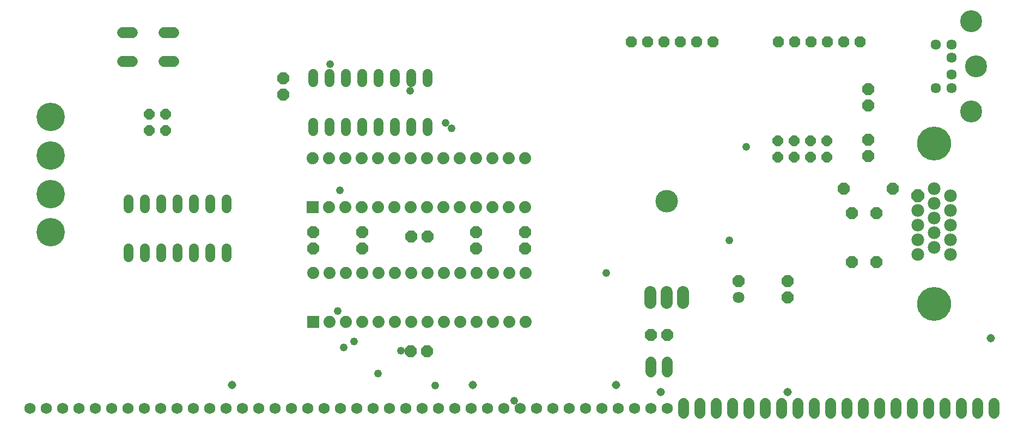
<source format=gbs>
G75*
%MOIN*%
%OFA0B0*%
%FSLAX25Y25*%
%IPPOS*%
%LPD*%
%AMOC8*
5,1,8,0,0,1.08239X$1,22.5*
%
%ADD10C,0.07800*%
%ADD11OC8,0.07800*%
%ADD12C,0.20800*%
%ADD13R,0.07400X0.07400*%
%ADD14C,0.07400*%
%ADD15C,0.06343*%
%ADD16C,0.13461*%
%ADD17OC8,0.07100*%
%ADD18C,0.07100*%
%ADD19C,0.06000*%
%ADD20OC8,0.06400*%
%ADD21OC8,0.06800*%
%ADD22C,0.06800*%
%ADD23OC8,0.07400*%
%ADD24C,0.06800*%
%ADD25C,0.07400*%
%ADD26C,0.13800*%
%ADD27C,0.05156*%
%ADD28C,0.04800*%
%ADD29C,0.17398*%
D10*
X0552476Y0106708D03*
X0562476Y0111208D03*
X0572476Y0115708D03*
X0562476Y0120208D03*
X0552476Y0124708D03*
X0562476Y0129208D03*
X0572476Y0133708D03*
X0562476Y0138208D03*
X0572476Y0142708D03*
X0562476Y0147208D03*
X0552476Y0133708D03*
X0572476Y0124708D03*
X0552476Y0115708D03*
X0572476Y0106708D03*
D11*
X0552476Y0142708D03*
D12*
X0562476Y0174877D03*
X0562476Y0076452D03*
D13*
X0182476Y0065350D03*
X0182279Y0135861D03*
D14*
X0192279Y0135861D03*
X0202279Y0135861D03*
X0212279Y0135861D03*
X0222279Y0135861D03*
X0232279Y0135861D03*
X0242279Y0135861D03*
X0252279Y0135861D03*
X0262279Y0135861D03*
X0272279Y0135861D03*
X0282279Y0135861D03*
X0292279Y0135861D03*
X0302279Y0135861D03*
X0312279Y0135861D03*
X0312279Y0165861D03*
X0302279Y0165861D03*
X0292279Y0165861D03*
X0282279Y0165861D03*
X0272279Y0165861D03*
X0262279Y0165861D03*
X0252279Y0165861D03*
X0242279Y0165861D03*
X0232279Y0165861D03*
X0222279Y0165861D03*
X0212279Y0165861D03*
X0202279Y0165861D03*
X0192279Y0165861D03*
X0182279Y0165861D03*
X0182476Y0095350D03*
X0192476Y0095350D03*
X0202476Y0095350D03*
X0212476Y0095350D03*
X0222476Y0095350D03*
X0232476Y0095350D03*
X0242476Y0095350D03*
X0252476Y0095350D03*
X0262476Y0095350D03*
X0272476Y0095350D03*
X0282476Y0095350D03*
X0292476Y0095350D03*
X0302476Y0095350D03*
X0312476Y0095350D03*
X0312476Y0065350D03*
X0302476Y0065350D03*
X0292476Y0065350D03*
X0282476Y0065350D03*
X0272476Y0065350D03*
X0262476Y0065350D03*
X0252476Y0065350D03*
X0242476Y0065350D03*
X0232476Y0065350D03*
X0222476Y0065350D03*
X0212476Y0065350D03*
X0202476Y0065350D03*
X0192476Y0065350D03*
D15*
X0563420Y0208814D03*
X0573263Y0208814D03*
X0573263Y0217082D03*
X0573263Y0227318D03*
X0573263Y0235586D03*
X0563420Y0235586D03*
D16*
X0585074Y0249838D03*
X0588224Y0222200D03*
X0585074Y0194523D03*
D17*
X0522200Y0198145D03*
X0522200Y0208145D03*
X0522200Y0177239D03*
X0522200Y0167239D03*
X0472869Y0090468D03*
X0472869Y0080468D03*
X0442948Y0090468D03*
X0399129Y0057318D03*
X0389129Y0057318D03*
X0252239Y0047515D03*
X0242239Y0047515D03*
X0242436Y0117909D03*
X0252436Y0117909D03*
X0164326Y0204917D03*
X0164326Y0214917D03*
D18*
X0442948Y0080468D03*
D19*
X0252633Y0182395D02*
X0252633Y0187595D01*
X0242633Y0187595D02*
X0242633Y0182395D01*
X0232633Y0182395D02*
X0232633Y0187595D01*
X0222633Y0187595D02*
X0222633Y0182395D01*
X0212633Y0182395D02*
X0212633Y0187595D01*
X0202633Y0187595D02*
X0202633Y0182395D01*
X0192633Y0182395D02*
X0192633Y0187595D01*
X0182633Y0187595D02*
X0182633Y0182395D01*
X0182633Y0212395D02*
X0182633Y0217595D01*
X0192633Y0217595D02*
X0192633Y0212395D01*
X0202633Y0212395D02*
X0202633Y0217595D01*
X0212633Y0217595D02*
X0212633Y0212395D01*
X0222633Y0212395D02*
X0222633Y0217595D01*
X0232633Y0217595D02*
X0232633Y0212395D01*
X0242633Y0212395D02*
X0242633Y0217595D01*
X0252633Y0217595D02*
X0252633Y0212395D01*
X0129641Y0140272D02*
X0129641Y0135072D01*
X0119641Y0135072D02*
X0119641Y0140272D01*
X0109641Y0140272D02*
X0109641Y0135072D01*
X0099641Y0135072D02*
X0099641Y0140272D01*
X0089641Y0140272D02*
X0089641Y0135072D01*
X0079641Y0135072D02*
X0079641Y0140272D01*
X0069641Y0140272D02*
X0069641Y0135072D01*
X0069641Y0110272D02*
X0069641Y0105072D01*
X0079641Y0105072D02*
X0079641Y0110272D01*
X0089641Y0110272D02*
X0089641Y0105072D01*
X0099641Y0105072D02*
X0099641Y0110272D01*
X0109641Y0110272D02*
X0109641Y0105072D01*
X0119641Y0105072D02*
X0119641Y0110272D01*
X0129641Y0110272D02*
X0129641Y0105072D01*
D20*
X0092200Y0182909D03*
X0082200Y0182909D03*
X0082200Y0192909D03*
X0092200Y0192909D03*
X0466924Y0176294D03*
X0476924Y0176294D03*
X0486924Y0176294D03*
X0496924Y0176294D03*
X0496924Y0166294D03*
X0486924Y0166294D03*
X0476924Y0166294D03*
X0466924Y0166294D03*
D21*
X0467200Y0237200D03*
X0477200Y0237200D03*
X0487200Y0237200D03*
X0497200Y0237200D03*
X0507200Y0237200D03*
X0517200Y0237200D03*
X0427200Y0237200D03*
X0417200Y0237200D03*
X0407200Y0237200D03*
X0397200Y0237200D03*
X0387200Y0237200D03*
X0377200Y0237200D03*
D22*
X0097370Y0242832D02*
X0091370Y0242832D01*
X0071770Y0242832D02*
X0065770Y0242832D01*
X0065770Y0225032D02*
X0071770Y0225032D01*
X0091370Y0225032D02*
X0097370Y0225032D01*
X0389129Y0040633D02*
X0389129Y0034633D01*
X0399129Y0034633D02*
X0399129Y0040633D01*
X0409208Y0015436D02*
X0409208Y0009436D01*
X0419208Y0009436D02*
X0419208Y0015436D01*
X0429208Y0015436D02*
X0429208Y0009436D01*
X0439208Y0009436D02*
X0439208Y0015436D01*
X0449208Y0015436D02*
X0449208Y0009436D01*
X0459208Y0009436D02*
X0459208Y0015436D01*
X0469208Y0015436D02*
X0469208Y0009436D01*
X0479208Y0009436D02*
X0479208Y0015436D01*
X0489208Y0015436D02*
X0489208Y0009436D01*
X0499208Y0009436D02*
X0499208Y0015436D01*
X0509208Y0015436D02*
X0509208Y0009436D01*
X0519208Y0009436D02*
X0519208Y0015436D01*
X0529208Y0015436D02*
X0529208Y0009436D01*
X0539208Y0009436D02*
X0539208Y0015436D01*
X0549208Y0015436D02*
X0549208Y0009436D01*
X0559208Y0009436D02*
X0559208Y0015436D01*
X0569208Y0015436D02*
X0569208Y0009436D01*
X0579208Y0009436D02*
X0579208Y0015436D01*
X0589208Y0015436D02*
X0589208Y0009436D01*
X0599208Y0009436D02*
X0599208Y0015436D01*
D23*
X0527200Y0102200D03*
X0512200Y0102200D03*
X0512200Y0132200D03*
X0527200Y0132200D03*
X0537200Y0147200D03*
X0507200Y0147200D03*
X0312082Y0120546D03*
X0312082Y0110428D03*
X0282082Y0110428D03*
X0282082Y0120546D03*
X0212672Y0120546D03*
X0212476Y0110428D03*
X0182476Y0110428D03*
X0182672Y0120546D03*
D24*
X0009208Y0012436D03*
X0019208Y0012436D03*
X0029208Y0012436D03*
X0039208Y0012436D03*
X0049208Y0012436D03*
X0059208Y0012436D03*
X0069208Y0012436D03*
X0079208Y0012436D03*
X0089208Y0012436D03*
X0099208Y0012436D03*
X0109208Y0012436D03*
X0119208Y0012436D03*
X0129208Y0012436D03*
X0139208Y0012436D03*
X0149208Y0012436D03*
X0159208Y0012436D03*
X0169208Y0012436D03*
X0179208Y0012436D03*
X0189208Y0012436D03*
X0199208Y0012436D03*
X0209208Y0012436D03*
X0219208Y0012436D03*
X0229208Y0012436D03*
X0239208Y0012436D03*
X0249208Y0012436D03*
X0259208Y0012436D03*
X0269208Y0012436D03*
X0279208Y0012436D03*
X0289208Y0012436D03*
X0299208Y0012436D03*
X0309208Y0012436D03*
X0319208Y0012436D03*
X0329208Y0012436D03*
X0339208Y0012436D03*
X0349208Y0012436D03*
X0359208Y0012436D03*
X0369208Y0012436D03*
X0379208Y0012436D03*
X0389208Y0012436D03*
X0399208Y0012436D03*
D25*
X0398854Y0077207D02*
X0398854Y0083807D01*
X0408854Y0083807D02*
X0408854Y0077207D01*
X0388854Y0077207D02*
X0388854Y0083807D01*
D26*
X0398854Y0139507D03*
D27*
X0597279Y0055546D03*
X0472869Y0022279D03*
X0395113Y0022476D03*
X0367751Y0026806D03*
X0280153Y0026806D03*
X0132909Y0026609D03*
D28*
X0201100Y0049900D03*
X0207400Y0053500D03*
X0236200Y0047650D03*
X0222250Y0033700D03*
X0257350Y0026500D03*
X0305500Y0017050D03*
X0197500Y0071950D03*
X0361750Y0095350D03*
X0437350Y0115600D03*
X0447700Y0172750D03*
X0267250Y0184000D03*
X0263650Y0187600D03*
X0242050Y0206950D03*
X0193000Y0223600D03*
X0198850Y0146200D03*
D29*
X0021885Y0143932D03*
X0021885Y0120310D03*
X0021885Y0167554D03*
X0021885Y0191176D03*
M02*

</source>
